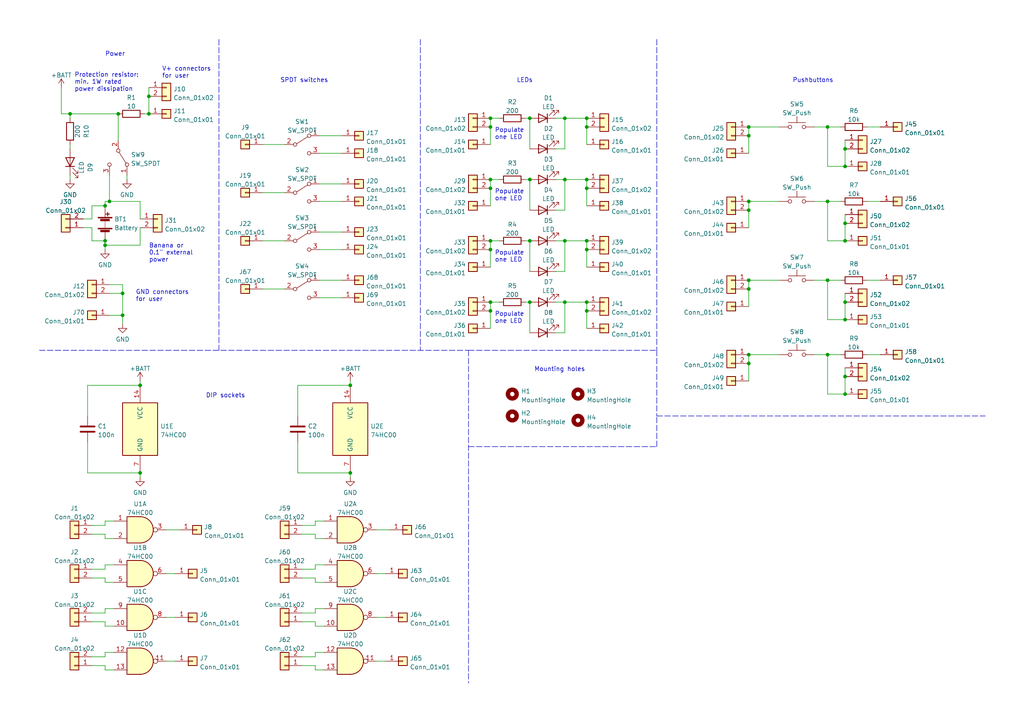
<source format=kicad_sch>
(kicad_sch (version 20211123) (generator eeschema)
  (paper "A4")
  (lib_symbols
    (symbol "74xx:74HC00" (pin_names (offset 1.016))
      (property "Reference" "U" (at 0 1.27 0))
      (property "Value" "74HC00" (at 0 -1.27 0))
      (symbol "74HC00_1_1"
        (pin input line (at -7.62 2.54 0) (length 3.81) (name "~") (number "1"))
        (pin input line (at -7.62 -2.54 0) (length 3.81) (name "~") (number "2"))
        (pin output inverted (at 7.62 0 180) (length 3.81) (name "~") (number "3"))
      )
      (symbol "74HC00_1_2"
        (pin input inverted (at -7.62 2.54 0) (length 4.318) (name "~") (number "1"))
        (pin input inverted (at -7.62 -2.54 0) (length 4.318) (name "~") (number "2"))
        (pin output line (at 7.62 0 180) (length 3.81) (name "~") (number "3"))
      )
      (symbol "74HC00_2_1"
        (pin input line (at -7.62 2.54 0) (length 3.81) (name "~") (number "4"))
        (pin input line (at -7.62 -2.54 0) (length 3.81) (name "~") (number "5"))
        (pin output inverted (at 7.62 0 180) (length 3.81) (name "~") (number "6"))
      )
      (symbol "74HC00_2_2"
        (pin input inverted (at -7.62 2.54 0) (length 4.318) (name "~") (number "4"))
        (pin input inverted (at -7.62 -2.54 0) (length 4.318) (name "~") (number "5"))
        (pin output line (at 7.62 0 180) (length 3.81) (name "~") (number "6"))
      )
      (symbol "74HC00_3_1"
        (pin input line (at -7.62 -2.54 0) (length 3.81) (name "~") (number "10"))
        (pin output inverted (at 7.62 0 180) (length 3.81) (name "~") (number "8"))
        (pin input line (at -7.62 2.54 0) (length 3.81) (name "~") (number "9"))
      )
      (symbol "74HC00_3_2"
        (pin input inverted (at -7.62 -2.54 0) (length 4.318) (name "~") (number "10"))
        (pin output line (at 7.62 0 180) (length 3.81) (name "~") (number "8"))
        (pin input inverted (at -7.62 2.54 0) (length 4.318) (name "~") (number "9"))
      )
      (symbol "74HC00_4_1"
        (pin output inverted (at 7.62 0 180) (length 3.81) (name "~") (number "11"))
        (pin input line (at -7.62 2.54 0) (length 3.81) (name "~") (number "12"))
        (pin input line (at -7.62 -2.54 0) (length 3.81) (name "~") (number "13"))
      )
      (symbol "74HC00_4_2"
        (pin output line (at 7.62 0 180) (length 3.81) (name "~") (number "11"))
        (pin input inverted (at -7.62 2.54 0) (length 4.318) (name "~") (number "12"))
        (pin input inverted (at -7.62 -2.54 0) (length 4.318) (name "~") (number "13"))
      )
      (symbol "74HC00_5_0"
        (pin power_in line (at 0 12.7 270) (length 5.08) (name "VCC") (number "14"))
        (pin power_in line (at 0 -12.7 90) (length 5.08) (name "GND") (number "7"))
      )
    )
    (symbol "Connector_Generic:Conn_01x01" (pin_names (offset 1.016) hide)
      (property "Reference" "J" (at 0 2.54 0))
      (property "Value" "Conn_01x01" (at 0 -2.54 0))
      (symbol "Conn_01x01_1_1"
        (pin passive line (at -5.08 0 0) (length 3.81) (name "Pin_1") (number "1"))
      )
    )
    (symbol "Connector_Generic:Conn_01x02" (pin_names (offset 1.016) hide)
      (property "Reference" "J" (at 0 2.54 0))
      (property "Value" "Conn_01x02" (at 0 -5.08 0))
      (symbol "Conn_01x02_1_1"
        (pin passive line (at -5.08 0 0) (length 3.81) (name "Pin_1") (number "1"))
        (pin passive line (at -5.08 -2.54 0) (length 3.81) (name "Pin_2") (number "2"))
      )
    )
    (symbol "Device:Battery" (pin_numbers hide) (pin_names (offset 0) hide)
      (property "Reference" "BT" (at 2.54 2.54 0))
      (property "Value" "Battery" (at 2.54 0 0))
      (symbol "Battery_1_1"
        (pin passive line (at 0 5.08 270) (length 2.54) (name "+") (number "1"))
        (pin passive line (at 0 -5.08 90) (length 2.54) (name "-") (number "2"))
      )
    )
    (symbol "Device:C" (pin_numbers hide) (pin_names (offset 0.254))
      (property "Reference" "C" (at 0.635 2.54 0))
      (property "Value" "C" (at 0.635 -2.54 0))
      (symbol "C_1_1"
        (pin passive line (at 0 3.81 270) (length 2.794) (name "~") (number "1"))
        (pin passive line (at 0 -3.81 90) (length 2.794) (name "~") (number "2"))
      )
    )
    (symbol "Device:LED" (pin_numbers hide) (pin_names (offset 1.016) hide)
      (property "Reference" "D" (at 0 2.54 0))
      (property "Value" "LED" (at 0 -2.54 0))
      (symbol "LED_1_1"
        (pin passive line (at -3.81 0 0) (length 2.54) (name "K") (number "1"))
        (pin passive line (at 3.81 0 180) (length 2.54) (name "A") (number "2"))
      )
    )
    (symbol "Device:R" (pin_numbers hide) (pin_names (offset 0))
      (property "Reference" "R" (at 2.032 0 90))
      (property "Value" "R" (at 0 0 90))
      (symbol "R_1_1"
        (pin passive line (at 0 3.81 270) (length 1.27) (name "~") (number "1"))
        (pin passive line (at 0 -3.81 90) (length 1.27) (name "~") (number "2"))
      )
    )
    (symbol "Mechanical:MountingHole" (pin_names (offset 1.016))
      (property "Reference" "H" (at 0 5.08 0))
      (property "Value" "MountingHole" (at 0 3.175 0))
    )
    (symbol "Switch:SW_Push" (pin_numbers hide) (pin_names (offset 1.016) hide)
      (property "Reference" "SW" (at 1.27 2.54 0))
      (property "Value" "SW_Push" (at 0 -1.524 0))
      (symbol "SW_Push_0_1"
        (pin passive line (at -5.08 0 0) (length 2.54) (name "1") (number "1"))
        (pin passive line (at 5.08 0 180) (length 2.54) (name "2") (number "2"))
      )
    )
    (symbol "Switch:SW_SPDT" (pin_names (offset 0) hide)
      (property "Reference" "SW" (at 0 4.318 0))
      (property "Value" "SW_SPDT" (at 0 -5.08 0))
      (symbol "SW_SPDT_1_1"
        (pin passive line (at 5.08 2.54 180) (length 2.54) (name "A") (number "1"))
        (pin passive line (at -5.08 0 0) (length 2.54) (name "B") (number "2"))
        (pin passive line (at 5.08 -2.54 180) (length 2.54) (name "C") (number "3"))
      )
    )
    (symbol "power:+BATT" (power) (pin_names (offset 0))
      (property "Value" "+BATT" (at 0 3.556 0))
      (symbol "+BATT_1_1"
        (pin power_in line (at 0 0 90) (length 0) hide (name "+BATT") (number "1"))
      )
    )
    (symbol "power:GND" (power) (pin_names (offset 0))
      (property "Value" "GND" (at 0 -3.81 0))
      (symbol "GND_1_1"
        (pin power_in line (at 0 0 270) (length 0) hide (name "GND") (number "1"))
      )
    )
  )
  (junction (at 170.18 54.61))
  (junction (at 217.17 39.37))
  (junction (at 245.11 92.71))
  (junction (at 142.24 52.07))
  (junction (at 31.75 58.42))
  (junction (at 142.24 36.83))
  (junction (at 245.11 109.22))
  (junction (at 170.18 69.85))
  (junction (at 217.17 83.82))
  (junction (at 40.64 137.16))
  (junction (at 163.83 34.29))
  (junction (at 163.83 52.07))
  (junction (at 163.83 87.63))
  (junction (at 153.67 34.29))
  (junction (at 217.17 58.42))
  (junction (at 245.11 48.26))
  (junction (at 240.03 36.83))
  (junction (at 245.11 114.3))
  (junction (at 217.17 105.41))
  (junction (at 170.18 34.29))
  (junction (at 30.48 59.69))
  (junction (at 35.56 91.44))
  (junction (at 142.24 87.63))
  (junction (at 30.48 71.12))
  (junction (at 43.18 27.94))
  (junction (at 34.29 33.02))
  (junction (at 153.67 87.63))
  (junction (at 153.67 52.07))
  (junction (at 217.17 36.83))
  (junction (at 217.17 102.87))
  (junction (at 245.11 64.77))
  (junction (at 35.56 85.09))
  (junction (at 153.67 69.85))
  (junction (at 170.18 36.83))
  (junction (at 40.64 111.76))
  (junction (at 170.18 90.17))
  (junction (at 245.11 43.18))
  (junction (at 142.24 72.39))
  (junction (at 240.03 102.87))
  (junction (at 245.11 87.63))
  (junction (at 170.18 72.39))
  (junction (at 142.24 69.85))
  (junction (at 240.03 81.28))
  (junction (at 163.83 69.85))
  (junction (at 101.6 111.76))
  (junction (at 30.48 69.85))
  (junction (at 170.18 87.63))
  (junction (at 170.18 52.07))
  (junction (at 217.17 60.96))
  (junction (at 101.6 137.16))
  (junction (at 142.24 90.17))
  (junction (at 43.18 33.02))
  (junction (at 240.03 58.42))
  (junction (at 217.17 81.28))
  (junction (at 245.11 69.85))
  (junction (at 20.32 33.02))
  (junction (at 142.24 34.29))
  (junction (at 142.24 54.61))
  (wire (pts (xy 87.63 167.64) (xy 91.44 167.64)))
  (wire (pts (xy 91.44 181.61) (xy 93.98 181.61)))
  (wire (pts (xy 91.44 167.64) (xy 91.44 168.91)))
  (wire (pts (xy 170.18 52.07) (xy 170.18 54.61)))
  (wire (pts (xy 91.44 190.5) (xy 91.44 189.23)))
  (wire (pts (xy 91.44 163.83) (xy 93.98 163.83)))
  (wire (pts (xy 240.03 81.28) (xy 240.03 92.71)))
  (wire (pts (xy 26.67 177.8) (xy 30.48 177.8)))
  (wire (pts (xy 153.67 87.63) (xy 153.67 96.52)))
  (wire (pts (xy 87.63 193.04) (xy 91.44 193.04)))
  (wire (pts (xy 31.75 82.55) (xy 35.56 82.55)))
  (wire (pts (xy 48.26 179.07) (xy 50.8 179.07)))
  (wire (pts (xy 26.67 165.1) (xy 30.48 165.1)))
  (wire (pts (xy 240.03 58.42) (xy 240.03 69.85)))
  (wire (pts (xy 142.24 87.63) (xy 142.24 90.17)))
  (wire (pts (xy 40.64 66.04) (xy 40.64 71.12)))
  (wire (pts (xy 24.13 66.04) (xy 26.67 66.04)))
  (wire (pts (xy 87.63 152.4) (xy 91.44 152.4)))
  (wire (pts (xy 142.24 69.85) (xy 144.78 69.85)))
  (wire (pts (xy 142.24 72.39) (xy 142.24 77.47)))
  (wire (pts (xy 30.48 165.1) (xy 30.48 163.83)))
  (wire (pts (xy 91.44 176.53) (xy 93.98 176.53)))
  (wire (pts (xy 101.6 110.49) (xy 101.6 111.76)))
  (wire (pts (xy 48.26 166.37) (xy 50.8 166.37)))
  (wire (pts (xy 236.22 36.83) (xy 240.03 36.83)))
  (wire (pts (xy 109.22 191.77) (xy 111.76 191.77)))
  (wire (pts (xy 20.32 50.8) (xy 20.32 52.07)))
  (wire (pts (xy 153.67 34.29) (xy 153.67 43.18)))
  (wire (pts (xy 30.48 156.21) (xy 33.02 156.21)))
  (wire (pts (xy 76.2 83.82) (xy 82.55 83.82)))
  (wire (pts (xy 142.24 69.85) (xy 142.24 72.39)))
  (wire (pts (xy 26.67 59.69) (xy 30.48 59.69)))
  (polyline (pts (xy 63.5 11.43) (xy 63.5 86.36)))
  (wire (pts (xy 31.75 91.44) (xy 35.56 91.44)))
  (polyline (pts (xy 135.89 129.54) (xy 190.5 129.54)))
  (wire (pts (xy 30.48 58.42) (xy 30.48 59.69)))
  (wire (pts (xy 87.63 165.1) (xy 91.44 165.1)))
  (wire (pts (xy 48.26 191.77) (xy 50.8 191.77)))
  (wire (pts (xy 30.48 168.91) (xy 33.02 168.91)))
  (wire (pts (xy 30.48 181.61) (xy 33.02 181.61)))
  (wire (pts (xy 87.63 177.8) (xy 91.44 177.8)))
  (wire (pts (xy 245.11 43.18) (xy 245.11 48.26)))
  (wire (pts (xy 163.83 34.29) (xy 163.83 43.18)))
  (wire (pts (xy 240.03 36.83) (xy 240.03 48.26)))
  (wire (pts (xy 17.78 33.02) (xy 20.32 33.02)))
  (wire (pts (xy 26.67 152.4) (xy 30.48 152.4)))
  (wire (pts (xy 91.44 193.04) (xy 91.44 194.31)))
  (wire (pts (xy 43.18 25.4) (xy 43.18 27.94)))
  (wire (pts (xy 245.11 40.64) (xy 245.11 43.18)))
  (wire (pts (xy 30.48 152.4) (xy 30.48 151.13)))
  (wire (pts (xy 240.03 36.83) (xy 243.84 36.83)))
  (wire (pts (xy 170.18 69.85) (xy 170.18 72.39)))
  (polyline (pts (xy 135.89 101.6) (xy 190.5 101.6)))
  (wire (pts (xy 217.17 83.82) (xy 217.17 88.9)))
  (wire (pts (xy 30.48 176.53) (xy 33.02 176.53)))
  (wire (pts (xy 245.11 92.71) (xy 240.03 92.71)))
  (wire (pts (xy 30.48 154.94) (xy 30.48 156.21)))
  (wire (pts (xy 152.4 52.07) (xy 153.67 52.07)))
  (wire (pts (xy 91.44 177.8) (xy 91.44 176.53)))
  (wire (pts (xy 251.46 36.83) (xy 255.27 36.83)))
  (wire (pts (xy 30.48 167.64) (xy 30.48 168.91)))
  (wire (pts (xy 217.17 39.37) (xy 217.17 44.45)))
  (wire (pts (xy 25.4 128.27) (xy 25.4 137.16)))
  (wire (pts (xy 91.44 156.21) (xy 93.98 156.21)))
  (wire (pts (xy 30.48 69.85) (xy 30.48 71.12)))
  (wire (pts (xy 86.36 120.65) (xy 86.36 111.76)))
  (wire (pts (xy 251.46 102.87) (xy 255.27 102.87)))
  (wire (pts (xy 240.03 102.87) (xy 240.03 114.3)))
  (wire (pts (xy 142.24 34.29) (xy 142.24 36.83)))
  (wire (pts (xy 163.83 87.63) (xy 163.83 96.52)))
  (wire (pts (xy 109.22 153.67) (xy 113.03 153.67)))
  (wire (pts (xy 26.67 69.85) (xy 30.48 69.85)))
  (wire (pts (xy 40.64 63.5) (xy 40.64 58.42)))
  (wire (pts (xy 152.4 87.63) (xy 153.67 87.63)))
  (wire (pts (xy 142.24 36.83) (xy 142.24 41.91)))
  (wire (pts (xy 25.4 120.65) (xy 25.4 111.76)))
  (wire (pts (xy 161.29 60.96) (xy 163.83 60.96)))
  (wire (pts (xy 161.29 69.85) (xy 163.83 69.85)))
  (wire (pts (xy 161.29 96.52) (xy 163.83 96.52)))
  (polyline (pts (xy 135.89 101.6) (xy 135.89 198.12)))
  (wire (pts (xy 152.4 69.85) (xy 153.67 69.85)))
  (wire (pts (xy 26.67 63.5) (xy 26.67 59.69)))
  (wire (pts (xy 17.78 25.4) (xy 17.78 33.02)))
  (wire (pts (xy 91.44 152.4) (xy 91.44 151.13)))
  (wire (pts (xy 26.67 154.94) (xy 30.48 154.94)))
  (wire (pts (xy 240.03 81.28) (xy 243.84 81.28)))
  (wire (pts (xy 163.83 34.29) (xy 170.18 34.29)))
  (wire (pts (xy 91.44 168.91) (xy 93.98 168.91)))
  (wire (pts (xy 152.4 34.29) (xy 153.67 34.29)))
  (wire (pts (xy 245.11 64.77) (xy 245.11 69.85)))
  (wire (pts (xy 35.56 85.09) (xy 35.56 91.44)))
  (wire (pts (xy 251.46 58.42) (xy 255.27 58.42)))
  (wire (pts (xy 217.17 58.42) (xy 217.17 60.96)))
  (wire (pts (xy 163.83 69.85) (xy 163.83 78.74)))
  (wire (pts (xy 161.29 43.18) (xy 163.83 43.18)))
  (wire (pts (xy 170.18 87.63) (xy 170.18 90.17)))
  (polyline (pts (xy 11.43 101.6) (xy 135.89 101.6)))
  (wire (pts (xy 170.18 54.61) (xy 170.18 59.69)))
  (wire (pts (xy 91.44 151.13) (xy 93.98 151.13)))
  (wire (pts (xy 31.75 85.09) (xy 35.56 85.09)))
  (wire (pts (xy 217.17 105.41) (xy 217.17 110.49)))
  (wire (pts (xy 35.56 82.55) (xy 35.56 85.09)))
  (wire (pts (xy 142.24 90.17) (xy 142.24 95.25)))
  (wire (pts (xy 87.63 190.5) (xy 91.44 190.5)))
  (wire (pts (xy 109.22 166.37) (xy 111.76 166.37)))
  (wire (pts (xy 30.48 163.83) (xy 33.02 163.83)))
  (wire (pts (xy 251.46 81.28) (xy 255.27 81.28)))
  (wire (pts (xy 76.2 55.88) (xy 82.55 55.88)))
  (wire (pts (xy 40.64 138.43) (xy 40.64 137.16)))
  (wire (pts (xy 26.67 66.04) (xy 26.67 69.85)))
  (wire (pts (xy 161.29 52.07) (xy 163.83 52.07)))
  (wire (pts (xy 36.83 50.8) (xy 36.83 52.07)))
  (wire (pts (xy 40.64 110.49) (xy 40.64 111.76)))
  (wire (pts (xy 161.29 78.74) (xy 163.83 78.74)))
  (wire (pts (xy 76.2 69.85) (xy 82.55 69.85)))
  (wire (pts (xy 92.71 53.34) (xy 99.06 53.34)))
  (wire (pts (xy 48.26 153.67) (xy 52.07 153.67)))
  (wire (pts (xy 92.71 67.31) (xy 99.06 67.31)))
  (wire (pts (xy 92.71 72.39) (xy 99.06 72.39)))
  (wire (pts (xy 170.18 36.83) (xy 170.18 41.91)))
  (wire (pts (xy 153.67 69.85) (xy 153.67 78.74)))
  (wire (pts (xy 91.44 180.34) (xy 91.44 181.61)))
  (wire (pts (xy 92.71 81.28) (xy 99.06 81.28)))
  (wire (pts (xy 30.48 71.12) (xy 40.64 71.12)))
  (wire (pts (xy 25.4 111.76) (xy 40.64 111.76)))
  (wire (pts (xy 142.24 54.61) (xy 142.24 59.69)))
  (wire (pts (xy 30.48 177.8) (xy 30.48 176.53)))
  (wire (pts (xy 217.17 58.42) (xy 226.06 58.42)))
  (polyline (pts (xy 190.5 11.43) (xy 190.5 101.6)))
  (wire (pts (xy 236.22 58.42) (xy 240.03 58.42)))
  (wire (pts (xy 87.63 154.94) (xy 91.44 154.94)))
  (wire (pts (xy 31.75 58.42) (xy 40.64 58.42)))
  (wire (pts (xy 20.32 33.02) (xy 20.32 34.29)))
  (wire (pts (xy 30.48 71.12) (xy 30.48 72.39)))
  (wire (pts (xy 86.36 128.27) (xy 86.36 137.16)))
  (wire (pts (xy 217.17 102.87) (xy 226.06 102.87)))
  (wire (pts (xy 30.48 189.23) (xy 33.02 189.23)))
  (wire (pts (xy 142.24 34.29) (xy 144.78 34.29)))
  (wire (pts (xy 170.18 34.29) (xy 170.18 36.83)))
  (wire (pts (xy 86.36 111.76) (xy 101.6 111.76)))
  (polyline (pts (xy 190.5 129.54) (xy 190.5 120.65)))
  (wire (pts (xy 86.36 137.16) (xy 101.6 137.16)))
  (wire (pts (xy 92.71 39.37) (xy 99.06 39.37)))
  (wire (pts (xy 142.24 87.63) (xy 144.78 87.63)))
  (wire (pts (xy 245.11 114.3) (xy 240.03 114.3)))
  (wire (pts (xy 43.18 27.94) (xy 43.18 33.02)))
  (wire (pts (xy 92.71 86.36) (xy 99.06 86.36)))
  (wire (pts (xy 161.29 87.63) (xy 163.83 87.63)))
  (polyline (pts (xy 190.5 101.6) (xy 190.5 120.65)))
  (wire (pts (xy 30.48 180.34) (xy 30.48 181.61)))
  (wire (pts (xy 26.67 190.5) (xy 30.48 190.5)))
  (wire (pts (xy 142.24 52.07) (xy 142.24 54.61)))
  (wire (pts (xy 170.18 90.17) (xy 170.18 95.25)))
  (wire (pts (xy 240.03 102.87) (xy 243.84 102.87)))
  (wire (pts (xy 91.44 189.23) (xy 93.98 189.23)))
  (wire (pts (xy 153.67 52.07) (xy 153.67 60.96)))
  (wire (pts (xy 163.83 52.07) (xy 163.83 60.96)))
  (wire (pts (xy 217.17 81.28) (xy 226.06 81.28)))
  (wire (pts (xy 217.17 102.87) (xy 217.17 105.41)))
  (wire (pts (xy 30.48 194.31) (xy 33.02 194.31)))
  (wire (pts (xy 91.44 165.1) (xy 91.44 163.83)))
  (wire (pts (xy 245.11 85.09) (xy 245.11 87.63)))
  (wire (pts (xy 163.83 69.85) (xy 170.18 69.85)))
  (wire (pts (xy 163.83 52.07) (xy 170.18 52.07)))
  (polyline (pts (xy 63.5 86.36) (xy 63.5 101.6)))
  (wire (pts (xy 35.56 91.44) (xy 35.56 93.98)))
  (wire (pts (xy 217.17 36.83) (xy 217.17 39.37)))
  (wire (pts (xy 92.71 58.42) (xy 99.06 58.42)))
  (wire (pts (xy 30.48 151.13) (xy 33.02 151.13)))
  (wire (pts (xy 87.63 180.34) (xy 91.44 180.34)))
  (wire (pts (xy 24.13 63.5) (xy 26.67 63.5)))
  (wire (pts (xy 245.11 106.68) (xy 245.11 109.22)))
  (wire (pts (xy 163.83 87.63) (xy 170.18 87.63)))
  (wire (pts (xy 30.48 193.04) (xy 30.48 194.31)))
  (wire (pts (xy 41.91 33.02) (xy 43.18 33.02)))
  (wire (pts (xy 161.29 34.29) (xy 163.83 34.29)))
  (polyline (pts (xy 121.92 11.43) (xy 121.92 101.6)))
  (wire (pts (xy 109.22 179.07) (xy 111.76 179.07)))
  (wire (pts (xy 217.17 60.96) (xy 217.17 66.04)))
  (wire (pts (xy 170.18 72.39) (xy 170.18 77.47)))
  (wire (pts (xy 245.11 62.23) (xy 245.11 64.77)))
  (wire (pts (xy 217.17 36.83) (xy 226.06 36.83)))
  (wire (pts (xy 240.03 58.42) (xy 243.84 58.42)))
  (wire (pts (xy 245.11 69.85) (xy 240.03 69.85)))
  (wire (pts (xy 26.67 180.34) (xy 30.48 180.34)))
  (wire (pts (xy 142.24 52.07) (xy 144.78 52.07)))
  (wire (pts (xy 245.11 87.63) (xy 245.11 92.71)))
  (wire (pts (xy 76.2 41.91) (xy 82.55 41.91)))
  (wire (pts (xy 34.29 33.02) (xy 34.29 40.64)))
  (wire (pts (xy 91.44 154.94) (xy 91.44 156.21)))
  (wire (pts (xy 25.4 137.16) (xy 40.64 137.16)))
  (wire (pts (xy 20.32 41.91) (xy 20.32 43.18)))
  (wire (pts (xy 20.32 33.02) (xy 34.29 33.02)))
  (wire (pts (xy 101.6 138.43) (xy 101.6 137.16)))
  (wire (pts (xy 31.75 50.8) (xy 31.75 58.42)))
  (wire (pts (xy 245.11 48.26) (xy 240.03 48.26)))
  (wire (pts (xy 236.22 81.28) (xy 240.03 81.28)))
  (wire (pts (xy 92.71 44.45) (xy 99.06 44.45)))
  (wire (pts (xy 245.11 109.22) (xy 245.11 114.3)))
  (wire (pts (xy 91.44 194.31) (xy 93.98 194.31)))
  (wire (pts (xy 26.67 167.64) (xy 30.48 167.64)))
  (wire (pts (xy 217.17 81.28) (xy 217.17 83.82)))
  (wire (pts (xy 236.22 102.87) (xy 240.03 102.87)))
  (wire (pts (xy 30.48 190.5) (xy 30.48 189.23)))
  (wire (pts (xy 26.67 193.04) (xy 30.48 193.04)))
  (wire (pts (xy 30.48 58.42) (xy 31.75 58.42)))
  (polyline (pts (xy 190.5 120.65) (xy 285.75 120.65)))
  (text "V+ connectors\nfor user" (at 46.99 22.86 0) (effects (font (size 1.27 1.27)) (justify left bottom)))
  (text "Power\n" (at 30.48 16.51 0) (effects (font (size 1.27 1.27)) (justify left bottom)))
  (text "Populate\none LED" (at 143.51 58.42 0) (effects (font (size 1.27 1.27)) (justify left bottom)))
  (text "Populate\none LED" (at 143.51 93.98 0) (effects (font (size 1.27 1.27)) (justify left bottom)))
  (text "Banana or\n0.1\" external\npower" (at 43.18 76.2 0) (effects (font (size 1.27 1.27)) (justify left bottom)))
  (text "Mounting holes" (at 154.94 107.95 0) (effects (font (size 1.27 1.27)) (justify left bottom)))
  (text "Populate\none LED" (at 143.51 76.2 0) (effects (font (size 1.27 1.27)) (justify left bottom)))
  (text "GND connectors\nfor user" (at 39.37 87.63 0) (effects (font (size 1.27 1.27)) (justify left bottom)))
  (text "Protection resistor:\nmin. 1W rated\npower dissipation" (at 21.59 26.67 0) (effects (font (size 1.27 1.27)) (justify left bottom)))
  (text "Populate\none LED" (at 143.51 40.64 0) (effects (font (size 1.27 1.27)) (justify left bottom)))
  (text "DIP sockets" (at 59.69 115.57 0) (effects (font (size 1.27 1.27)) (justify left bottom)))
  (text "LEDs" (at 149.86 24.13 0) (effects (font (size 1.27 1.27)) (justify left bottom)))
  (text "SPDT switches" (at 81.28 24.13 0) (effects (font (size 1.27 1.27)) (justify left bottom)))
  (text "Pushbuttons" (at 229.87 24.13 0) (effects (font (size 1.27 1.27)) (justify left bottom)))
  (symbol (lib_id "74xx:74HC00") (at 101.6 124.46 0) (unit 5)
    (property "Reference" "U2" (at 107.442 123.6253 0) (effects (justify left)))
    (property "Value" "74HC00" (at 107.442 126.1622 0) (effects (justify left)))
    (property "Footprint" "Package_DIP:DIP-14_W7.62mm_Socket" (effects hide))
    (property "Datasheet" "http://www.ti.com/lit/gpn/sn74hc00" (effects hide))
  )
  (symbol (lib_id "Device:C") (at 86.36 124.46 0) (unit 1)
    (property "Reference" "C2" (at 89.281 123.6253 0) (effects (justify left)))
    (property "Value" "100n" (at 89.281 126.1622 0) (effects (justify left)))
    (property "Footprint" "Capacitor_SMD:C_1206_3216Metric_Pad1.33x1.80mm_HandSolder" (effects hide))
  )
  (symbol (lib_id "Connector_Generic:Conn_01x01") (at 137.16 59.69 0) (mirror y) (unit 1)
    (property "Reference" "J32" (at 135.128 58.8553 0) (effects (justify left)))
    (property "Value" "Conn_01x01" (at 135.128 61.3922 0) (effects (justify left)))
    (property "Footprint" "Connector:Banana_Jack_1Pin" (effects hide))
  )
  (symbol (lib_id "Device:R") (at 247.65 36.83 90) (unit 1)
    (property "Reference" "R6" (at 247.65 32.1142 90))
    (property "Value" "10k" (at 247.65 34.6511 90))
    (property "Footprint" "Resistor_SMD:R_1206_3216Metric_Pad1.30x1.75mm_HandSolder" (effects hide))
  )
  (symbol (lib_id "Connector_Generic:Conn_01x02") (at 19.05 66.04 180) (unit 1)
    (property "Reference" "J30" (at 19.05 58.5302 0))
    (property "Value" "Conn_01x02" (at 19.05 61.0671 0))
    (property "Footprint" "Connector_PinHeader_2.54mm:PinHeader_1x02_P2.54mm_Vertical" (effects hide))
  )
  (symbol (lib_id "power:GND") (at 35.56 93.98 0) (unit 1)
    (property "Reference" "#PWR0101" (effects hide))
    (property "Value" "GND" (at 35.56 98.4234 0))
  )
  (symbol (lib_id "power:GND") (at 36.83 52.07 0) (unit 1)
    (property "Reference" "#PWR?" (effects hide))
    (property "Value" "GND" (at 36.83 56.5134 0))
  )
  (symbol (lib_id "Connector_Generic:Conn_01x01") (at 212.09 88.9 0) (mirror y) (unit 1)
    (property "Reference" "J47" (at 210.058 88.0653 0) (effects (justify left)))
    (property "Value" "Conn_01x01" (at 210.058 90.6022 0) (effects (justify left)))
    (property "Footprint" "Connector:Banana_Jack_1Pin" (effects hide))
  )
  (symbol (lib_id "Connector_Generic:Conn_01x01") (at 71.12 55.88 180) (unit 1)
    (property "Reference" "J19" (at 71.12 50.9102 0))
    (property "Value" "Conn_01x01" (at 71.12 53.4471 0))
    (property "Footprint" "Connector_PinHeader_2.54mm:PinHeader_1x01_P2.54mm_Vertical" (effects hide))
  )
  (symbol (lib_id "Connector_Generic:Conn_01x02") (at 21.59 193.04 180) (unit 1)
    (property "Reference" "J4" (at 21.59 185.5302 0))
    (property "Value" "Conn_01x02" (at 21.59 188.0671 0))
    (property "Footprint" "Connector_PinHeader_2.54mm:PinHeader_1x02_P2.54mm_Vertical" (effects hide))
  )
  (symbol (lib_id "Switch:SW_SPDT") (at 87.63 41.91 0) (unit 1)
    (property "Reference" "SW1" (at 87.63 35.2892 0))
    (property "Value" "SW_SPDT" (at 87.63 37.8261 0))
    (property "Footprint" "Button_Switch_THT:SW_Slide_1P2T_CK_OS102011MS2Q" (effects hide))
  )
  (symbol (lib_id "Connector_Generic:Conn_01x01") (at 104.14 58.42 0) (unit 1)
    (property "Reference" "J21" (at 106.172 57.5853 0) (effects (justify left)))
    (property "Value" "Conn_01x01" (at 106.172 60.1222 0) (effects (justify left)))
    (property "Footprint" "Connector_PinHeader_2.54mm:PinHeader_1x01_P2.54mm_Vertical" (effects hide))
  )
  (symbol (lib_id "Connector_Generic:Conn_01x01") (at 116.84 166.37 0) (unit 1)
    (property "Reference" "J63" (at 118.872 165.5353 0) (effects (justify left)))
    (property "Value" "Conn_01x01" (at 118.872 168.0722 0) (effects (justify left)))
    (property "Footprint" "Connector_PinHeader_2.54mm:PinHeader_1x01_P2.54mm_Vertical" (effects hide))
  )
  (symbol (lib_id "Connector_Generic:Conn_01x02") (at 212.09 58.42 0) (mirror y) (unit 1)
    (property "Reference" "J43" (at 210.058 58.8553 0) (effects (justify left)))
    (property "Value" "Conn_01x02" (at 210.058 61.3922 0) (effects (justify left)))
    (property "Footprint" "Connector_PinHeader_2.54mm:PinHeader_1x02_P2.54mm_Vertical" (effects hide))
  )
  (symbol (lib_id "Device:LED") (at 157.48 69.85 180) (unit 1)
    (property "Reference" "D5" (at 159.0675 63.9912 0))
    (property "Value" "LED" (at 159.0675 66.5281 0))
    (property "Footprint" "LED_SMD:LED_1206_3216Metric_Pad1.42x1.75mm_HandSolder" (effects hide))
  )
  (symbol (lib_id "Connector_Generic:Conn_01x01") (at 250.19 114.3 0) (unit 1)
    (property "Reference" "J55" (at 252.222 113.4653 0) (effects (justify left)))
    (property "Value" "Conn_01x01" (at 252.222 116.0022 0) (effects (justify left)))
    (property "Footprint" "Connector:Banana_Jack_1Pin" (effects hide))
  )
  (symbol (lib_id "Connector_Generic:Conn_01x01") (at 71.12 69.85 180) (unit 1)
    (property "Reference" "J22" (at 71.12 64.8802 0))
    (property "Value" "Conn_01x01" (at 71.12 67.4171 0))
    (property "Footprint" "Connector_PinHeader_2.54mm:PinHeader_1x01_P2.54mm_Vertical" (effects hide))
  )
  (symbol (lib_id "Device:R") (at 247.65 81.28 90) (unit 1)
    (property "Reference" "R8" (at 247.65 76.5642 90))
    (property "Value" "10k" (at 247.65 79.1011 90))
    (property "Footprint" "Resistor_SMD:R_1206_3216Metric_Pad1.30x1.75mm_HandSolder" (effects hide))
  )
  (symbol (lib_id "Connector_Generic:Conn_01x02") (at 82.55 152.4 0) (mirror y) (unit 1)
    (property "Reference" "J59" (at 82.55 147.4302 0))
    (property "Value" "Conn_01x02" (at 82.55 149.9671 0))
    (property "Footprint" "Connector_PinHeader_2.54mm:PinHeader_1x02_P2.54mm_Vertical" (effects hide))
  )
  (symbol (lib_id "Device:C") (at 25.4 124.46 0) (unit 1)
    (property "Reference" "C1" (at 28.321 123.6253 0) (effects (justify left)))
    (property "Value" "100n" (at 28.321 126.1622 0) (effects (justify left)))
    (property "Footprint" "Capacitor_SMD:C_1206_3216Metric_Pad1.33x1.80mm_HandSolder" (effects hide))
  )
  (symbol (lib_id "Mechanical:MountingHole") (at 167.64 114.3 0) (unit 1)
    (property "Reference" "H3" (at 170.18 113.4653 0) (effects (justify left)))
    (property "Value" "MountingHole" (at 170.18 116.0022 0) (effects (justify left)))
    (property "Footprint" "MountingHole:MountingHole_4.3mm_M4" (effects hide))
  )
  (symbol (lib_id "Device:LED") (at 157.48 34.29 180) (unit 1)
    (property "Reference" "D1" (at 159.0675 28.4312 0))
    (property "Value" "LED" (at 159.0675 30.9681 0))
    (property "Footprint" "LED_SMD:LED_1206_3216Metric_Pad1.42x1.75mm_HandSolder" (effects hide))
  )
  (symbol (lib_id "74xx:74HC00") (at 40.64 179.07 0) (unit 3)
    (property "Reference" "U1" (at 40.64 171.5602 0))
    (property "Value" "74HC00" (at 40.64 174.0971 0))
    (property "Footprint" "Package_DIP:DIP-14_W7.62mm_Socket" (effects hide))
    (property "Datasheet" "http://www.ti.com/lit/gpn/sn74hc00" (effects hide))
  )
  (symbol (lib_id "Connector_Generic:Conn_01x01") (at 104.14 86.36 0) (unit 1)
    (property "Reference" "J69" (at 106.172 85.5253 0) (effects (justify left)))
    (property "Value" "Conn_01x01" (at 106.172 88.0622 0) (effects (justify left)))
    (property "Footprint" "Connector_PinHeader_2.54mm:PinHeader_1x01_P2.54mm_Vertical" (effects hide))
  )
  (symbol (lib_id "Device:R") (at 148.59 69.85 90) (unit 1)
    (property "Reference" "R4" (at 148.59 65.1342 90))
    (property "Value" "200" (at 148.59 67.6711 90))
    (property "Footprint" "Resistor_SMD:R_1206_3216Metric_Pad1.30x1.75mm_HandSolder" (effects hide))
  )
  (symbol (lib_id "74xx:74HC00") (at 40.64 153.67 0) (unit 1)
    (property "Reference" "U1" (at 40.64 146.1602 0))
    (property "Value" "74HC00" (at 40.64 148.6971 0))
    (property "Footprint" "Package_DIP:DIP-14_W7.62mm_Socket" (effects hide))
    (property "Datasheet" "http://www.ti.com/lit/gpn/sn74hc00" (effects hide))
  )
  (symbol (lib_id "Switch:SW_Push") (at 231.14 102.87 0) (unit 1)
    (property "Reference" "SW8" (at 231.14 96.2492 0))
    (property "Value" "SW_Push" (at 231.14 98.7861 0))
    (property "Footprint" "Button_Switch_THT:SW_PUSH-12mm" (effects hide))
  )
  (symbol (lib_id "Connector_Generic:Conn_01x01") (at 118.11 153.67 0) (unit 1)
    (property "Reference" "J66" (at 120.142 152.8353 0) (effects (justify left)))
    (property "Value" "Conn_01x01" (at 120.142 155.3722 0) (effects (justify left)))
    (property "Footprint" "Connector_PinHeader_2.54mm:PinHeader_1x01_P2.54mm_Vertical" (effects hide))
  )
  (symbol (lib_id "Connector_Generic:Conn_01x02") (at 250.19 106.68 0) (unit 1)
    (property "Reference" "J54" (at 252.222 107.1153 0) (effects (justify left)))
    (property "Value" "Conn_01x02" (at 252.222 109.6522 0) (effects (justify left)))
    (property "Footprint" "Connector_PinHeader_2.54mm:PinHeader_1x02_P2.54mm_Vertical" (effects hide))
  )
  (symbol (lib_id "Device:R") (at 38.1 33.02 90) (unit 1)
    (property "Reference" "R1" (at 38.1 28.3042 90))
    (property "Value" "10" (at 38.1 30.8411 90))
    (property "Footprint" "Resistor_THT:R_Axial_Power_L20.0mm_W6.4mm_P22.40mm" (effects hide))
  )
  (symbol (lib_id "Switch:SW_Push") (at 231.14 58.42 0) (unit 1)
    (property "Reference" "SW6" (at 231.14 51.7992 0))
    (property "Value" "SW_Push" (at 231.14 54.3361 0))
    (property "Footprint" "Button_Switch_THT:SW_PUSH-12mm" (effects hide))
  )
  (symbol (lib_id "Mechanical:MountingHole") (at 148.59 120.65 0) (unit 1)
    (property "Reference" "H2" (at 151.13 119.8153 0) (effects (justify left)))
    (property "Value" "MountingHole" (at 151.13 122.3522 0) (effects (justify left)))
    (property "Footprint" "MountingHole:MountingHole_4.3mm_M4" (effects hide))
  )
  (symbol (lib_id "Connector_Generic:Conn_01x01") (at 71.12 83.82 180) (unit 1)
    (property "Reference" "J67" (at 71.12 78.8502 0))
    (property "Value" "Conn_01x01" (at 71.12 81.3871 0))
    (property "Footprint" "Connector_PinHeader_2.54mm:PinHeader_1x01_P2.54mm_Vertical" (effects hide))
  )
  (symbol (lib_id "Switch:SW_SPDT") (at 87.63 55.88 0) (unit 1)
    (property "Reference" "SW2" (at 87.63 49.2592 0))
    (property "Value" "SW_SPDT" (at 87.63 51.7961 0))
    (property "Footprint" "Button_Switch_THT:SW_Slide_1P2T_CK_OS102011MS2Q" (effects hide))
  )
  (symbol (lib_id "Connector_Generic:Conn_01x01") (at 104.14 72.39 0) (unit 1)
    (property "Reference" "J24" (at 106.172 71.5553 0) (effects (justify left)))
    (property "Value" "Conn_01x01" (at 106.172 74.0922 0) (effects (justify left)))
    (property "Footprint" "Connector_PinHeader_2.54mm:PinHeader_1x01_P2.54mm_Vertical" (effects hide))
  )
  (symbol (lib_id "power:GND") (at 40.64 138.43 0) (unit 1)
    (property "Reference" "#PWR0103" (effects hide))
    (property "Value" "GND" (at 40.64 142.8734 0))
  )
  (symbol (lib_id "Connector_Generic:Conn_01x02") (at 175.26 87.63 0) (unit 1)
    (property "Reference" "J41" (at 177.292 88.0653 0) (effects (justify left)))
    (property "Value" "Conn_01x02" (at 177.292 90.6022 0) (effects (justify left)))
    (property "Footprint" "Connector_PinHeader_2.54mm:PinHeader_1x02_P2.54mm_Vertical" (effects hide))
  )
  (symbol (lib_id "Connector_Generic:Conn_01x02") (at 175.26 34.29 0) (unit 1)
    (property "Reference" "J15" (at 177.292 34.7253 0) (effects (justify left)))
    (property "Value" "Conn_01x02" (at 177.292 37.2622 0) (effects (justify left)))
    (property "Footprint" "Connector_PinHeader_2.54mm:PinHeader_1x02_P2.54mm_Vertical" (effects hide))
  )
  (symbol (lib_id "Connector_Generic:Conn_01x02") (at 175.26 52.07 0) (unit 1)
    (property "Reference" "J37" (at 177.292 52.5053 0) (effects (justify left)))
    (property "Value" "Conn_01x02" (at 177.292 55.0422 0) (effects (justify left)))
    (property "Footprint" "Connector_PinHeader_2.54mm:PinHeader_1x02_P2.54mm_Vertical" (effects hide))
  )
  (symbol (lib_id "Connector_Generic:Conn_01x01") (at 55.88 166.37 0) (unit 1)
    (property "Reference" "J5" (at 57.912 165.5353 0) (effects (justify left)))
    (property "Value" "Conn_01x01" (at 57.912 168.0722 0) (effects (justify left)))
    (property "Footprint" "Connector_PinHeader_2.54mm:PinHeader_1x01_P2.54mm_Vertical" (effects hide))
  )
  (symbol (lib_id "power:GND") (at 20.32 52.07 0) (unit 1)
    (property "Reference" "#PWR03" (effects hide))
    (property "Value" "GND" (at 20.32 56.5134 0))
  )
  (symbol (lib_id "Device:LED") (at 157.48 60.96 180) (unit 1)
    (property "Reference" "D4" (at 159.0675 55.1012 0))
    (property "Value" "LED" (at 159.0675 57.6381 0))
    (property "Footprint" "LED_THT:LED_D5.0mm" (effects hide))
  )
  (symbol (lib_id "Connector_Generic:Conn_01x01") (at 104.14 81.28 0) (unit 1)
    (property "Reference" "J68" (at 106.172 80.4453 0) (effects (justify left)))
    (property "Value" "Conn_01x01" (at 106.172 82.9822 0) (effects (justify left)))
    (property "Footprint" "Connector_PinHeader_2.54mm:PinHeader_1x01_P2.54mm_Vertical" (effects hide))
  )
  (symbol (lib_id "Connector_Generic:Conn_01x01") (at 48.26 33.02 0) (unit 1)
    (property "Reference" "J11" (at 50.292 32.1853 0) (effects (justify left)))
    (property "Value" "Conn_01x01" (at 50.292 34.7222 0) (effects (justify left)))
    (property "Footprint" "Connector:Banana_Jack_1Pin" (effects hide))
  )
  (symbol (lib_id "Connector_Generic:Conn_01x01") (at 55.88 191.77 0) (unit 1)
    (property "Reference" "J7" (at 57.912 190.9353 0) (effects (justify left)))
    (property "Value" "Conn_01x01" (at 57.912 193.4722 0) (effects (justify left)))
    (property "Footprint" "Connector_PinHeader_2.54mm:PinHeader_1x01_P2.54mm_Vertical" (effects hide))
  )
  (symbol (lib_id "Switch:SW_Push") (at 231.14 81.28 0) (unit 1)
    (property "Reference" "SW7" (at 231.14 74.6592 0))
    (property "Value" "SW_Push" (at 231.14 77.1961 0))
    (property "Footprint" "Button_Switch_THT:SW_PUSH-12mm" (effects hide))
  )
  (symbol (lib_id "Connector_Generic:Conn_01x01") (at 260.35 58.42 0) (unit 1)
    (property "Reference" "J56" (at 262.382 57.5853 0) (effects (justify left)))
    (property "Value" "Conn_01x01" (at 262.382 60.1222 0) (effects (justify left)))
    (property "Footprint" "Connector_PinHeader_2.54mm:PinHeader_1x01_P2.54mm_Vertical" (effects hide))
  )
  (symbol (lib_id "power:+BATT") (at 17.78 25.4 0) (unit 1)
    (property "Reference" "#PWR0106" (effects hide))
    (property "Value" "+BATT" (at 17.78 21.8242 0))
  )
  (symbol (lib_id "power:GND") (at 101.6 138.43 0) (unit 1)
    (property "Reference" "#PWR02" (effects hide))
    (property "Value" "GND" (at 101.6 142.8734 0))
  )
  (symbol (lib_id "Switch:SW_SPDT") (at 87.63 69.85 0) (unit 1)
    (property "Reference" "SW3" (at 87.63 63.2292 0))
    (property "Value" "SW_SPDT" (at 87.63 65.7661 0))
    (property "Footprint" "Button_Switch_THT:SW_Slide_1P2T_CK_OS102011MS2Q" (effects hide))
  )
  (symbol (lib_id "Device:R") (at 148.59 87.63 90) (unit 1)
    (property "Reference" "R5" (at 148.59 82.9142 90))
    (property "Value" "200" (at 148.59 85.4511 90))
    (property "Footprint" "Resistor_SMD:R_1206_3216Metric_Pad1.30x1.75mm_HandSolder" (effects hide))
  )
  (symbol (lib_id "Device:R") (at 247.65 58.42 90) (unit 1)
    (property "Reference" "R7" (at 247.65 53.7042 90))
    (property "Value" "10k" (at 247.65 56.2411 90))
    (property "Footprint" "Resistor_SMD:R_1206_3216Metric_Pad1.30x1.75mm_HandSolder" (effects hide))
  )
  (symbol (lib_id "power:+BATT") (at 101.6 110.49 0) (unit 1)
    (property "Reference" "#PWR01" (effects hide))
    (property "Value" "+BATT" (at 101.6 106.9142 0))
  )
  (symbol (lib_id "Connector_Generic:Conn_01x01") (at 260.35 102.87 0) (unit 1)
    (property "Reference" "J58" (at 262.382 102.0353 0) (effects (justify left)))
    (property "Value" "Conn_01x01" (at 262.382 104.5722 0) (effects (justify left)))
    (property "Footprint" "Connector_PinHeader_2.54mm:PinHeader_1x01_P2.54mm_Vertical" (effects hide))
  )
  (symbol (lib_id "Connector_Generic:Conn_01x01") (at 116.84 179.07 0) (unit 1)
    (property "Reference" "J64" (at 118.872 178.2353 0) (effects (justify left)))
    (property "Value" "Conn_01x01" (at 118.872 180.7722 0) (effects (justify left)))
    (property "Footprint" "Connector_PinHeader_2.54mm:PinHeader_1x01_P2.54mm_Vertical" (effects hide))
  )
  (symbol (lib_id "Connector_Generic:Conn_01x01") (at 260.35 36.83 0) (unit 1)
    (property "Reference" "J45" (at 262.382 35.9953 0) (effects (justify left)))
    (property "Value" "Conn_01x01" (at 262.382 38.5322 0) (effects (justify left)))
    (property "Footprint" "Connector_PinHeader_2.54mm:PinHeader_1x01_P2.54mm_Vertical" (effects hide))
  )
  (symbol (lib_id "Connector_Generic:Conn_01x02") (at 250.19 62.23 0) (unit 1)
    (property "Reference" "J50" (at 252.222 62.6653 0) (effects (justify left)))
    (property "Value" "Conn_01x02" (at 252.222 65.2022 0) (effects (justify left)))
    (property "Footprint" "Connector_PinHeader_2.54mm:PinHeader_1x02_P2.54mm_Vertical" (effects hide))
  )
  (symbol (lib_id "Connector_Generic:Conn_01x01") (at 212.09 110.49 0) (mirror y) (unit 1)
    (property "Reference" "J49" (at 210.058 109.6553 0) (effects (justify left)))
    (property "Value" "Conn_01x01" (at 210.058 112.1922 0) (effects (justify left)))
    (property "Footprint" "Connector:Banana_Jack_1Pin" (effects hide))
  )
  (symbol (lib_id "power:+BATT") (at 40.64 110.49 0) (unit 1)
    (property "Reference" "#PWR0104" (effects hide))
    (property "Value" "+BATT" (at 40.64 106.9142 0))
  )
  (symbol (lib_id "Connector_Generic:Conn_01x01") (at 250.19 69.85 0) (unit 1)
    (property "Reference" "J51" (at 252.222 69.0153 0) (effects (justify left)))
    (property "Value" "Conn_01x01" (at 252.222 71.5522 0) (effects (justify left)))
    (property "Footprint" "Connector:Banana_Jack_1Pin" (effects hide))
  )
  (symbol (lib_id "Connector_Generic:Conn_01x01") (at 137.16 77.47 0) (mirror y) (unit 1)
    (property "Reference" "J34" (at 135.128 76.6353 0) (effects (justify left)))
    (property "Value" "Conn_01x01" (at 135.128 79.1722 0) (effects (justify left)))
    (property "Footprint" "Connector:Banana_Jack_1Pin" (effects hide))
  )
  (symbol (lib_id "Connector_Generic:Conn_01x02") (at 82.55 180.34 180) (unit 1)
    (property "Reference" "J61" (at 82.55 172.8302 0))
    (property "Value" "Conn_01x02" (at 82.55 175.3671 0))
    (property "Footprint" "Connector_PinHeader_2.54mm:PinHeader_1x02_P2.54mm_Vertical" (effects hide))
  )
  (symbol (lib_id "Device:R") (at 148.59 52.07 90) (unit 1)
    (property "Reference" "R3" (at 148.59 47.3542 90))
    (property "Value" "200" (at 148.59 49.8911 90))
    (property "Footprint" "Resistor_SMD:R_1206_3216Metric_Pad1.30x1.75mm_HandSolder" (effects hide))
  )
  (symbol (lib_id "Connector_Generic:Conn_01x01") (at 116.84 191.77 0) (unit 1)
    (property "Reference" "J65" (at 118.872 190.9353 0) (effects (justify left)))
    (property "Value" "Conn_01x01" (at 118.872 193.4722 0) (effects (justify left)))
    (property "Footprint" "Connector_PinHeader_2.54mm:PinHeader_1x01_P2.54mm_Vertical" (effects hide))
  )
  (symbol (lib_id "Connector_Generic:Conn_01x01") (at 175.26 95.25 0) (unit 1)
    (property "Reference" "J42" (at 177.292 94.4153 0) (effects (justify left)))
    (property "Value" "Conn_01x01" (at 177.292 96.9522 0) (effects (justify left)))
    (property "Footprint" "Connector:Banana_Jack_1Pin" (effects hide))
  )
  (symbol (lib_id "Connector_Generic:Conn_01x01") (at 175.26 59.69 0) (unit 1)
    (property "Reference" "J38" (at 177.292 58.8553 0) (effects (justify left)))
    (property "Value" "Conn_01x01" (at 177.292 61.3922 0) (effects (justify left)))
    (property "Footprint" "Connector:Banana_Jack_1Pin" (effects hide))
  )
  (symbol (lib_id "Device:LED") (at 20.32 46.99 90) (unit 1)
    (property "Reference" "D9" (at 26.1788 48.5775 0))
    (property "Value" "LED" (at 23.6419 48.5775 0))
    (property "Footprint" "LED_SMD:LED_1206_3216Metric_Pad1.42x1.75mm_HandSolder" (effects hide))
  )
  (symbol (lib_id "Connector_Generic:Conn_01x02") (at 82.55 165.1 0) (mirror y) (unit 1)
    (property "Reference" "J60" (at 82.55 160.1302 0))
    (property "Value" "Conn_01x02" (at 82.55 162.6671 0))
    (property "Footprint" "Connector_PinHeader_2.54mm:PinHeader_1x02_P2.54mm_Vertical" (effects hide))
  )
  (symbol (lib_id "Connector_Generic:Conn_01x02") (at 137.16 69.85 0) (mirror y) (unit 1)
    (property "Reference" "J33" (at 135.128 70.2853 0) (effects (justify left)))
    (property "Value" "Conn_01x02" (at 135.128 72.8222 0) (effects (justify left)))
    (property "Footprint" "Connector_PinHeader_2.54mm:PinHeader_1x02_P2.54mm_Vertical" (effects hide))
  )
  (symbol (lib_id "Mechanical:MountingHole") (at 148.59 114.3 0) (unit 1)
    (property "Reference" "H1" (at 151.13 113.4653 0) (effects (justify left)))
    (property "Value" "MountingHole" (at 151.13 116.0022 0) (effects (justify left)))
    (property "Footprint" "MountingHole:MountingHole_4.3mm_M4" (effects hide))
  )
  (symbol (lib_id "Connector_Generic:Conn_01x01") (at 137.16 95.25 0) (mirror y) (unit 1)
    (property "Reference" "J36" (at 135.128 94.4153 0) (effects (justify left)))
    (property "Value" "Conn_01x01" (at 135.128 96.9522 0) (effects (justify left)))
    (property "Footprint" "Connector:Banana_Jack_1Pin" (effects hide))
  )
  (symbol (lib_id "Connector_Generic:Conn_01x02") (at 212.09 102.87 0) (mirror y) (unit 1)
    (property "Reference" "J48" (at 210.058 103.3053 0) (effects (justify left)))
    (property "Value" "Conn_01x02" (at 210.058 105.8422 0) (effects (justify left)))
    (property "Footprint" "Connector_PinHeader_2.54mm:PinHeader_1x02_P2.54mm_Vertical" (effects hide))
  )
  (symbol (lib_id "Connector_Generic:Conn_01x01") (at 104.14 44.45 0) (unit 1)
    (property "Reference" "J18" (at 106.172 43.6153 0) (effects (justify left)))
    (property "Value" "Conn_01x01" (at 106.172 46.1522 0) (effects (justify left)))
    (property "Footprint" "Connector_PinHeader_2.54mm:PinHeader_1x01_P2.54mm_Vertical" (effects hide))
  )
  (symbol (lib_id "Connector_Generic:Conn_01x01") (at 250.19 48.26 0) (unit 1)
    (property "Reference" "J28" (at 252.222 47.4253 0) (effects (justify left)))
    (property "Value" "Conn_01x01" (at 252.222 49.9622 0) (effects (justify left)))
    (property "Footprint" "Connector:Banana_Jack_1Pin" (effects hide))
  )
  (symbol (lib_id "74xx:74HC00") (at 40.64 166.37 0) (unit 2)
    (property "Reference" "U1" (at 40.64 158.8602 0))
    (property "Value" "74HC00" (at 40.64 161.3971 0))
    (property "Footprint" "Package_DIP:DIP-14_W7.62mm_Socket" (effects hide))
    (property "Datasheet" "http://www.ti.com/lit/gpn/sn74hc00" (effects hide))
  )
  (symbol (lib_id "Device:LED") (at 157.48 52.07 180) (unit 1)
    (property "Reference" "D3" (at 159.0675 46.2112 0))
    (property "Value" "LED" (at 159.0675 48.7481 0))
    (property "Footprint" "LED_SMD:LED_1206_3216Metric_Pad1.42x1.75mm_HandSolder" (effects hide))
  )
  (symbol (lib_id "Switch:SW_SPDT") (at 34.29 45.72 270) (unit 1)
    (property "Reference" "SW9" (at 37.973 44.8853 90) (effects (justify left)))
    (property "Value" "SW_SPDT" (at 37.973 47.4222 90) (effects (justify left)))
    (property "Footprint" "Button_Switch_THT:SW_Slide_1P2T_CK_OS102011MS2Q" (effects hide))
  )
  (symbol (lib_id "74xx:74HC00") (at 101.6 191.77 0) (unit 4)
    (property "Reference" "U2" (at 101.6 184.2602 0))
    (property "Value" "74HC00" (at 101.6 186.7971 0))
    (property "Footprint" "Package_DIP:DIP-14_W7.62mm_Socket" (effects hide))
    (property "Datasheet" "http://www.ti.com/lit/gpn/sn74hc00" (effects hide))
  )
  (symbol (lib_id "Connector_Generic:Conn_01x01") (at 71.12 41.91 180) (unit 1)
    (property "Reference" "J9" (at 71.12 36.9402 0))
    (property "Value" "Conn_01x01" (at 71.12 39.4771 0))
    (property "Footprint" "Connector_PinHeader_2.54mm:PinHeader_1x01_P2.54mm_Vertical" (effects hide))
  )
  (symbol (lib_id "Switch:SW_Push") (at 231.14 36.83 0) (unit 1)
    (property "Reference" "SW5" (at 231.14 30.2092 0))
    (property "Value" "SW_Push" (at 231.14 32.7461 0))
    (property "Footprint" "Button_Switch_THT:SW_PUSH-12mm" (effects hide))
  )
  (symbol (lib_id "Connector_Generic:Conn_01x01") (at 175.26 41.91 0) (unit 1)
    (property "Reference" "J16" (at 177.292 41.0753 0) (effects (justify left)))
    (property "Value" "Conn_01x01" (at 177.292 43.6122 0) (effects (justify left)))
    (property "Footprint" "Connector:Banana_Jack_1Pin" (effects hide))
  )
  (symbol (lib_id "74xx:74HC00") (at 40.64 124.46 0) (unit 5)
    (property "Reference" "U1" (at 46.482 123.6253 0) (effects (justify left)))
    (property "Value" "74HC00" (at 46.482 126.1622 0) (effects (justify left)))
    (property "Footprint" "Package_DIP:DIP-14_W7.62mm_Socket" (effects hide))
    (property "Datasheet" "http://www.ti.com/lit/gpn/sn74hc00" (effects hide))
  )
  (symbol (lib_id "Device:LED") (at 157.48 96.52 180) (unit 1)
    (property "Reference" "D8" (at 159.0675 90.6612 0))
    (property "Value" "LED" (at 159.0675 93.1981 0))
    (property "Footprint" "LED_THT:LED_D5.0mm" (effects hide))
  )
  (symbol (lib_id "Connector_Generic:Conn_01x01") (at 260.35 81.28 0) (unit 1)
    (property "Reference" "J57" (at 262.382 80.4453 0) (effects (justify left)))
    (property "Value" "Conn_01x01" (at 262.382 82.9822 0) (effects (justify left)))
    (property "Footprint" "Connector_PinHeader_2.54mm:PinHeader_1x01_P2.54mm_Vertical" (effects hide))
  )
  (symbol (lib_id "Connector_Generic:Conn_01x02") (at 212.09 36.83 0) (mirror y) (unit 1)
    (property "Reference" "J25" (at 210.058 37.2653 0) (effects (justify left)))
    (property "Value" "Conn_01x02" (at 210.058 39.8022 0) (effects (justify left)))
    (property "Footprint" "Connector_PinHeader_2.54mm:PinHeader_1x02_P2.54mm_Vertical" (effects hide))
  )
  (symbol (lib_id "Device:R") (at 20.32 38.1 0) (unit 1)
    (property "Reference" "R10" (at 25.0358 38.1 90))
    (property "Value" "200" (at 22.4989 38.1 90))
    (property "Footprint" "Resistor_SMD:R_1206_3216Metric_Pad1.30x1.75mm_HandSolder" (effects hide))
  )
  (symbol (lib_id "Connector_Generic:Conn_01x02") (at 82.55 193.04 180) (unit 1)
    (property "Reference" "J62" (at 82.55 185.5302 0))
    (property "Value" "Conn_01x02" (at 82.55 188.0671 0))
    (property "Footprint" "Connector_PinHeader_2.54mm:PinHeader_1x02_P2.54mm_Vertical" (effects hide))
  )
  (symbol (lib_id "Connector_Generic:Conn_01x01") (at 137.16 41.91 0) (mirror y) (unit 1)
    (property "Reference" "J14" (at 135.128 41.0753 0) (effects (justify left)))
    (property "Value" "Conn_01x01" (at 135.128 43.6122 0) (effects (justify left)))
    (property "Footprint" "Connector:Banana_Jack_1Pin" (effects hide))
  )
  (symbol (lib_id "Connector_Generic:Conn_01x01") (at 250.19 92.71 0) (unit 1)
    (property "Reference" "J53" (at 252.222 91.8753 0) (effects (justify left)))
    (property "Value" "Conn_01x01" (at 252.222 94.4122 0) (effects (justify left)))
    (property "Footprint" "Connector:Banana_Jack_1Pin" (effects hide))
  )
  (symbol (lib_id "Connector_Generic:Conn_01x02") (at 45.72 63.5 0) (unit 1)
    (property "Reference" "J31" (at 47.752 63.9353 0) (effects (justify left)))
    (property "Value" "Conn_01x02" (at 47.752 66.4722 0) (effects (justify left)))
    (property "Footprint" "Connector:Banana_Jack_2Pin" (effects hide))
  )
  (symbol (lib_id "Connector_Generic:Conn_01x02") (at 137.16 34.29 0) (mirror y) (unit 1)
    (property "Reference" "J13" (at 135.128 34.7253 0) (effects (justify left)))
    (property "Value" "Conn_01x02" (at 135.128 37.2622 0) (effects (justify left)))
    (property "Footprint" "Connector_PinHeader_2.54mm:PinHeader_1x02_P2.54mm_Vertical" (effects hide))
  )
  (symbol (lib_id "Connector_Generic:Conn_01x01") (at 26.67 91.44 0) (mirror y) (unit 1)
    (property "Reference" "J70" (at 24.638 90.6053 0) (effects (justify left)))
    (property "Value" "Conn_01x01" (at 24.638 93.1422 0) (effects (justify left)))
    (property "Footprint" "Connector:Banana_Jack_1Pin" (effects hide))
  )
  (symbol (lib_id "74xx:74HC00") (at 101.6 179.07 0) (unit 3)
    (property "Reference" "U2" (at 101.6 171.5602 0))
    (property "Value" "74HC00" (at 101.6 174.0971 0))
    (property "Footprint" "Package_DIP:DIP-14_W7.62mm_Socket" (effects hide))
    (property "Datasheet" "http://www.ti.com/lit/gpn/sn74hc00" (effects hide))
  )
  (symbol (lib_id "Connector_Generic:Conn_01x01") (at 175.26 77.47 0) (unit 1)
    (property "Reference" "J40" (at 177.292 76.6353 0) (effects (justify left)))
    (property "Value" "Conn_01x01" (at 177.292 79.1722 0) (effects (justify left)))
    (property "Footprint" "Connector:Banana_Jack_1Pin" (effects hide))
  )
  (symbol (lib_id "Connector_Generic:Conn_01x02") (at 137.16 87.63 0) (mirror y) (unit 1)
    (property "Reference" "J35" (at 135.128 88.0653 0) (effects (justify left)))
    (property "Value" "Conn_01x02" (at 135.128 90.6022 0) (effects (justify left)))
    (property "Footprint" "Connector_PinHeader_2.54mm:PinHeader_1x02_P2.54mm_Vertical" (effects hide))
  )
  (symbol (lib_id "Connector_Generic:Conn_01x01") (at 104.14 67.31 0) (unit 1)
    (property "Reference" "J23" (at 106.172 66.4753 0) (effects (justify left)))
    (property "Value" "Conn_01x01" (at 106.172 69.0122 0) (effects (justify left)))
    (property "Footprint" "Connector_PinHeader_2.54mm:PinHeader_1x01_P2.54mm_Vertical" (effects hide))
  )
  (symbol (lib_id "74xx:74HC00") (at 40.64 191.77 0) (unit 4)
    (property "Reference" "U1" (at 40.64 184.2602 0))
    (property "Value" "74HC00" (at 40.64 186.7971 0))
    (property "Footprint" "Package_DIP:DIP-14_W7.62mm_Socket" (effects hide))
    (property "Datasheet" "http://www.ti.com/lit/gpn/sn74hc00" (effects hide))
  )
  (symbol (lib_id "74xx:74HC00") (at 101.6 166.37 0) (unit 2)
    (property "Reference" "U2" (at 101.6 158.8602 0))
    (property "Value" "74HC00" (at 101.6 161.3971 0))
    (property "Footprint" "Package_DIP:DIP-14_W7.62mm_Socket" (effects hide))
    (property "Datasheet" "http://www.ti.com/lit/gpn/sn74hc00" (effects hide))
  )
  (symbol (lib_id "Connector_Generic:Conn_01x01") (at 212.09 66.04 0) (mirror y) (unit 1)
    (property "Reference" "J44" (at 210.058 65.2053 0) (effects (justify left)))
    (property "Value" "Conn_01x01" (at 210.058 67.7422 0) (effects (justify left)))
    (property "Footprint" "Connector:Banana_Jack_1Pin" (effects hide))
  )
  (symbol (lib_id "Connector_Generic:Conn_01x01") (at 104.14 39.37 0) (unit 1)
    (property "Reference" "J17" (at 106.172 38.5353 0) (effects (justify left)))
    (property "Value" "Conn_01x01" (at 106.172 41.0722 0) (effects (justify left)))
    (property "Footprint" "Connector_PinHeader_2.54mm:PinHeader_1x01_P2.54mm_Vertical" (effects hide))
  )
  (symbol (lib_id "power:GND") (at 30.48 72.39 0) (unit 1)
    (property "Reference" "#PWR0105" (effects hide))
    (property "Value" "GND" (at 30.48 76.8334 0))
  )
  (symbol (lib_id "Device:LED") (at 157.48 87.63 180) (unit 1)
    (property "Reference" "D7" (at 159.0675 81.7712 0))
    (property "Value" "LED" (at 159.0675 84.3081 0))
    (property "Footprint" "LED_SMD:LED_1206_3216Metric_Pad1.42x1.75mm_HandSolder" (effects hide))
  )
  (symbol (lib_id "Connector_Generic:Conn_01x02") (at 212.09 81.28 0) (mirror y) (unit 1)
    (property "Reference" "J46" (at 210.058 81.7153 0) (effects (justify left)))
    (property "Value" "Conn_01x02" (at 210.058 84.2522 0) (effects (justify left)))
    (property "Footprint" "Connector_PinHeader_2.54mm:PinHeader_1x02_P2.54mm_Vertical" (effects hide))
  )
  (symbol (lib_id "Connector_Generic:Conn_01x02") (at 48.26 25.4 0) (unit 1)
    (property "Reference" "J10" (at 50.292 25.8353 0) (effects (justify left)))
    (property "Value" "Conn_01x02" (at 50.292 28.3722 0) (effects (justify left)))
    (property "Footprint" "Connector_PinHeader_2.54mm:PinHeader_1x02_P2.54mm_Vertical" (effects hide))
  )
  (symbol (lib_id "Connector_Generic:Conn_01x02") (at 21.59 165.1 0) (mirror y) (unit 1)
    (property "Reference" "J2" (at 21.59 160.1302 0))
    (property "Value" "Conn_01x02" (at 21.59 162.6671 0))
    (property "Footprint" "Connector_PinHeader_2.54mm:PinHeader_1x02_P2.54mm_Vertical" (effects hide))
  )
  (symbol (lib_id "Connector_Generic:Conn_01x02") (at 250.19 85.09 0) (unit 1)
    (property "Reference" "J52" (at 252.222 85.5253 0) (effects (justify left)))
    (property "Value" "Conn_01x02" (at 252.222 88.0622 0) (effects (justify left)))
    (property "Footprint" "Connector_PinHeader_2.54mm:PinHeader_1x02_P2.54mm_Vertical" (effects hide))
  )
  (symbol (lib_id "Connector_Generic:Conn_01x02") (at 21.59 180.34 180) (unit 1)
    (property "Reference" "J3" (at 21.59 172.8302 0))
    (property "Value" "Conn_01x02" (at 21.59 175.3671 0))
    (property "Footprint" "Connector_PinHeader_2.54mm:PinHeader_1x02_P2.54mm_Vertical" (effects hide))
  )
  (symbol (lib_id "Connector_Generic:Conn_01x01") (at 104.14 53.34 0) (unit 1)
    (property "Reference" "J20" (at 106.172 52.5053 0) (effects (justify left)))
    (property "Value" "Conn_01x01" (at 106.172 55.0422 0) (effects (justify left)))
    (property "Footprint" "Connector_PinHeader_2.54mm:PinHeader_1x01_P2.54mm_Vertical" (effects hide))
  )
  (symbol (lib_id "Connector_Generic:Conn_01x02") (at 175.26 69.85 0) (unit 1)
    (property "Reference" "J39" (at 177.292 70.2853 0) (effects (justify left)))
    (property "Value" "Conn_01x02" (at 177.292 72.8222 0) (effects (justify left)))
    (property "Footprint" "Connector_PinHeader_2.54mm:PinHeader_1x02_P2.54mm_Vertical" (effects hide))
  )
  (symbol (lib_id "Connector_Generic:Conn_01x01") (at 55.88 179.07 0) (unit 1)
    (property "Reference" "J6" (at 57.912 178.2353 0) (effects (justify left)))
    (property "Value" "Conn_01x01" (at 57.912 180.7722 0) (effects (justify left)))
    (property "Footprint" "Connector_PinHeader_2.54mm:PinHeader_1x01_P2.54mm_Vertical" (effects hide))
  )
  (symbol (lib_id "74xx:74HC00") (at 101.6 153.67 0) (unit 1)
    (property "Reference" "U2" (at 101.6 146.1602 0))
    (property "Value" "74HC00" (at 101.6 148.6971 0))
    (property "Footprint" "Package_DIP:DIP-14_W7.62mm_Socket" (effects hide))
    (property "Datasheet" "http://www.ti.com/lit/gpn/sn74hc00" (effects hide))
  )
  (symbol (lib_id "Mechanical:MountingHole") (at 167.64 121.92 0) (unit 1)
    (property "Reference" "H4" (at 170.18 121.0853 0) (effects (justify left)))
    (property "Value" "MountingHole" (at 170.18 123.6222 0) (effects (justify left)))
    (property "Footprint" "MountingHole:MountingHole_4.3mm_M4" (effects hide))
  )
  (symbol (lib_id "Connector_Generic:Conn_01x01") (at 57.15 153.67 0) (unit 1)
    (property "Reference" "J8" (at 59.182 152.8353 0) (effects (justify left)))
    (property "Value" "Conn_01x01" (at 59.182 155.3722 0) (effects (justify left)))
    (property "Footprint" "Connector_PinHeader_2.54mm:PinHeader_1x01_P2.54mm_Vertical" (effects hide))
  )
  (symbol (lib_id "Device:Battery") (at 30.48 64.77 0) (unit 1)
    (property "Reference" "BT1" (at 33.147 63.5543 0) (effects (justify left)))
    (property "Value" "Battery" (at 33.147 66.0912 0) (effects (justify left)))
    (property "Footprint" "Battery:BatteryHolder_Keystone_2462_2xAA" (effects hide))
  )
  (symbol (lib_id "Device:LED") (at 157.48 78.74 180) (unit 1)
    (property "Reference" "D6" (at 159.0675 72.8812 0))
    (property "Value" "LED" (at 159.0675 75.4181 0))
    (property "Footprint" "LED_THT:LED_D5.0mm" (effects hide))
  )
  (symbol (lib_id "Connector_Generic:Conn_01x02") (at 21.59 152.4 0) (mirror y) (unit 1)
    (property "Reference" "J1" (at 21.59 147.4302 0))
    (property "Value" "Conn_01x02" (at 21.59 149.9671 0))
    (property "Footprint" "Connector_PinHeader_2.54mm:PinHeader_1x02_P2.54mm_Vertical" (effects hide))
  )
  (symbol (lib_id "Connector_Generic:Conn_01x02") (at 250.19 40.64 0) (unit 1)
    (property "Reference" "J27" (at 252.222 41.0753 0) (effects (justify left)))
    (property "Value" "Conn_01x02" (at 252.222 43.6122 0) (effects (justify left)))
    (property "Footprint" "Connector_PinHeader_2.54mm:PinHeader_1x02_P2.54mm_Vertical" (effects hide))
  )
  (symbol (lib_id "Device:LED") (at 157.48 43.18 180) (unit 1)
    (property "Reference" "D2" (at 159.0675 37.3212 0))
    (property "Value" "LED" (at 159.0675 39.8581 0))
    (property "Footprint" "LED_THT:LED_D5.0mm" (effects hide))
  )
  (symbol (lib_id "Connector_Generic:Conn_01x01") (at 212.09 44.45 0) (mirror y) (unit 1)
    (property "Reference" "J26" (at 210.058 43.6153 0) (effects (justify left)))
    (property "Value" "Conn_01x01" (at 210.058 46.1522 0) (effects (justify left)))
    (property "Footprint" "Connector:Banana_Jack_1Pin" (effects hide))
  )
  (symbol (lib_id "Device:R") (at 148.59 34.29 90) (unit 1)
    (property "Reference" "R2" (at 148.59 29.5742 90))
    (property "Value" "200" (at 148.59 32.1111 90))
    (property "Footprint" "Resistor_SMD:R_1206_3216Metric_Pad1.30x1.75mm_HandSolder" (effects hide))
  )
  (symbol (lib_id "Connector_Generic:Conn_01x02") (at 26.67 82.55 0) (mirror y) (unit 1)
    (property "Reference" "J12" (at 24.638 82.9853 0) (effects (justify left)))
    (property "Value" "Conn_01x02" (at 24.638 85.5222 0) (effects (justify left)))
    (property "Footprint" "Connector_PinHeader_2.54mm:PinHeader_1x02_P2.54mm_Vertical" (effects hide))
  )
  (symbol (lib_id "Device:R") (at 247.65 102.87 90) (unit 1)
    (property "Reference" "R9" (at 247.65 98.1542 90))
    (property "Value" "10k" (at 247.65 100.6911 90))
    (property "Footprint" "Resistor_SMD:R_1206_3216Metric_Pad1.30x1.75mm_HandSolder" (effects hide))
  )
  (symbol (lib_id "Switch:SW_SPDT") (at 87.63 83.82 0) (unit 1)
    (property "Reference" "SW4" (at 87.63 77.1992 0))
    (property "Value" "SW_SPDT" (at 87.63 79.7361 0))
    (property "Footprint" "Button_Switch_THT:SW_Slide_1P2T_CK_OS102011MS2Q" (effects hide))
  )
  (symbol (lib_id "Connector_Generic:Conn_01x02") (at 137.16 52.07 0) (mirror y) (unit 1)
    (property "Reference" "J29" (at 135.128 52.5053 0) (effects (justify left)))
    (property "Value" "Conn_01x02" (at 135.128 55.0422 0) (effects (justify left)))
    (property "Footprint" "Connector_PinHeader_2.54mm:PinHeader_1x02_P2.54mm_Vertical" (effects hide))
  )
)
</source>
